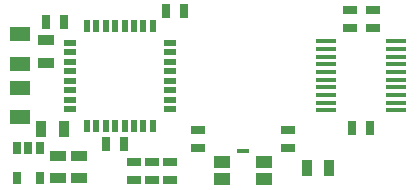
<source format=gbr>
G04 #@! TF.FileFunction,Paste,Top*
%FSLAX46Y46*%
G04 Gerber Fmt 4.6, Leading zero omitted, Abs format (unit mm)*
G04 Created by KiCad (PCBNEW 4.0.2+dfsg1-stable) date jeu. 11 mai 2017 22:37:16 CEST*
%MOMM*%
G01*
G04 APERTURE LIST*
%ADD10C,0.100000*%
%ADD11R,0.889000X1.397000*%
%ADD12R,1.397000X0.889000*%
%ADD13R,0.701040X1.000760*%
%ADD14R,1.000000X0.500000*%
%ADD15R,0.500000X1.000000*%
%ADD16R,0.635000X1.143000*%
%ADD17R,1.143000X0.635000*%
%ADD18R,1.780540X0.304800*%
%ADD19R,1.780540X0.299720*%
%ADD20R,1.700000X1.300000*%
%ADD21R,1.400000X1.050000*%
%ADD22R,1.100000X0.450000*%
G04 APERTURE END LIST*
D10*
D11*
X131635500Y-88963500D03*
X133540500Y-88963500D03*
D12*
X134874000Y-91249500D03*
X134874000Y-93154500D03*
X133032500Y-93154500D03*
X133032500Y-91249500D03*
D13*
X131508500Y-93154500D03*
X129603500Y-93154500D03*
X129603500Y-90614500D03*
X130556000Y-90614500D03*
X131508500Y-90614500D03*
D14*
X142553000Y-87318500D03*
X142553000Y-86518500D03*
X142553000Y-85718500D03*
X142553000Y-84918500D03*
X142553000Y-84118500D03*
X142553000Y-83318500D03*
X142553000Y-82518500D03*
X142553000Y-81718500D03*
D15*
X141103000Y-80268500D03*
X140303000Y-80268500D03*
X139503000Y-80268500D03*
X138703000Y-80268500D03*
X137903000Y-80268500D03*
X137103000Y-80268500D03*
X136303000Y-80268500D03*
X135503000Y-80268500D03*
D14*
X134053000Y-81718500D03*
X134053000Y-82518500D03*
X134053000Y-83318500D03*
X134053000Y-84118500D03*
X134053000Y-84918500D03*
X134053000Y-85718500D03*
X134053000Y-86518500D03*
X134053000Y-87318500D03*
D15*
X135503000Y-88768500D03*
X136303000Y-88768500D03*
X137103000Y-88768500D03*
X137903000Y-88768500D03*
X138703000Y-88768500D03*
X139503000Y-88768500D03*
X140303000Y-88768500D03*
X141103000Y-88768500D03*
D16*
X138620500Y-90297000D03*
X137096500Y-90297000D03*
D17*
X139509500Y-91757500D03*
X139509500Y-93281500D03*
X142557500Y-91757500D03*
X142557500Y-93281500D03*
X141033500Y-91757500D03*
X141033500Y-93281500D03*
D16*
X142240000Y-78994000D03*
X143764000Y-78994000D03*
D18*
X155780740Y-82225000D03*
X155780740Y-82875000D03*
X155780740Y-83525000D03*
X155780740Y-84175000D03*
X155780740Y-84825000D03*
X155780740Y-85475000D03*
X155780740Y-86125000D03*
X155780740Y-86775000D03*
D19*
X161719260Y-86775000D03*
X161719260Y-86125000D03*
X161719260Y-85475000D03*
X161719260Y-84825000D03*
X161719260Y-84175000D03*
X161719260Y-83525000D03*
X161719260Y-82875000D03*
X161719260Y-82225000D03*
D18*
X155778200Y-81575000D03*
X155778200Y-87425000D03*
X161719260Y-87425000D03*
D19*
X161719260Y-81575000D03*
D17*
X157759400Y-80467200D03*
X157759400Y-78943200D03*
D16*
X157988000Y-88925400D03*
X159512000Y-88925400D03*
D17*
X159740600Y-80467200D03*
X159740600Y-78943200D03*
X144957800Y-89052400D03*
X144957800Y-90576400D03*
D11*
X154139900Y-92329000D03*
X156044900Y-92329000D03*
D17*
X152527000Y-90576400D03*
X152527000Y-89052400D03*
D20*
X129850000Y-81000000D03*
X129850000Y-83500000D03*
X129850000Y-85500000D03*
X129850000Y-88000000D03*
D12*
X132080000Y-81470500D03*
X132080000Y-83375500D03*
D16*
X132080000Y-79971900D03*
X133604000Y-79971900D03*
D21*
X146917000Y-91807200D03*
X150517000Y-91807200D03*
X146917000Y-93257200D03*
X150517000Y-93257200D03*
D22*
X148717000Y-90832200D03*
M02*

</source>
